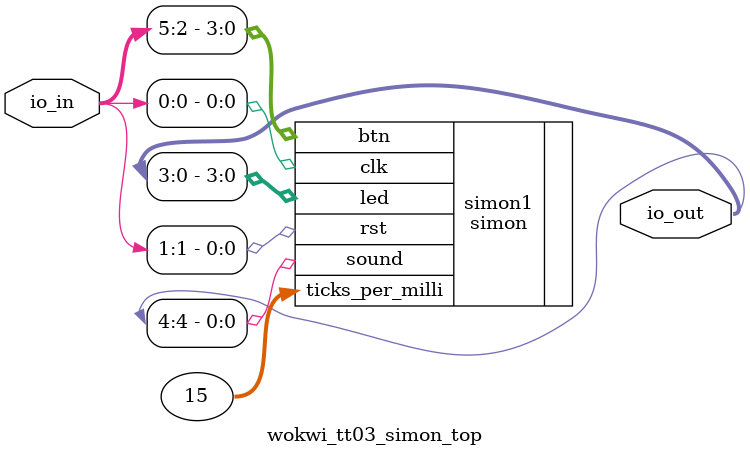
<source format=v>
module wokwi_tt03_simon_top(
  input [7:0] io_in,
  output [7:0] io_out
);

  simon simon1 (
      .clk   (io_in[0]),
      .rst   (io_in[1]),
      .ticks_per_milli (15),
      .btn   (io_in[5:2]),
      .led   (io_out[3:0]),
      .sound (io_out[4])
  );

endmodule

</source>
